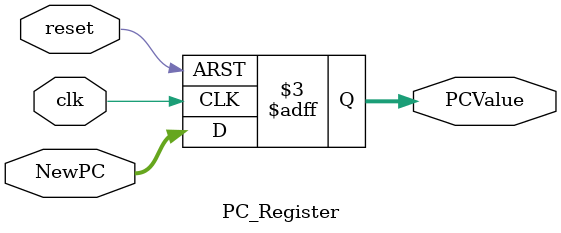
<source format=v>
/******************************************************************
* Description
*	This is a register of 32-bit that corresponds to the PC counter. 
*	This register does not have an enable signal.
* Version:
*	1.0
* Author:
*	Dr. José Luis Pizano Escalante
* email:
*	luispizano@iteso.mx
* Date:
*	01/03/2014
******************************************************************/

module PC_Register
#(
	parameter N=32
)
(
	input clk,
	input reset,
	input  [N-1:0] NewPC,
	
	
	output reg [N-1:0] PCValue
);

always@(negedge reset or posedge clk) begin
	if(reset==0)
		PCValue <= 0;
	else	
		PCValue<=NewPC;
end

endmodule
//pcreg//
</source>
